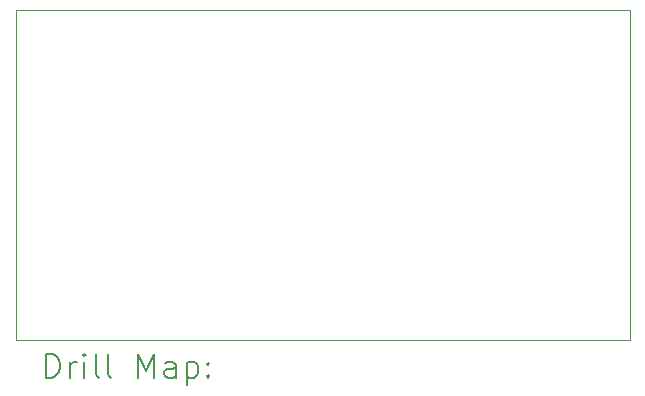
<source format=gbr>
%TF.GenerationSoftware,KiCad,Pcbnew,7.0.6*%
%TF.CreationDate,2023-09-06T23:30:36+02:00*%
%TF.ProjectId,atari_2600_av_mod,61746172-695f-4323-9630-305f61765f6d,1*%
%TF.SameCoordinates,Original*%
%TF.FileFunction,Drillmap*%
%TF.FilePolarity,Positive*%
%FSLAX45Y45*%
G04 Gerber Fmt 4.5, Leading zero omitted, Abs format (unit mm)*
G04 Created by KiCad (PCBNEW 7.0.6) date 2023-09-06 23:30:36*
%MOMM*%
%LPD*%
G01*
G04 APERTURE LIST*
%ADD10C,0.050000*%
%ADD11C,0.200000*%
G04 APERTURE END LIST*
D10*
X1394000Y-1394000D02*
X6594000Y-1394000D01*
X6594000Y-4194000D01*
X1394000Y-4194000D01*
X1394000Y-1394000D01*
D11*
X1652277Y-4507984D02*
X1652277Y-4307984D01*
X1652277Y-4307984D02*
X1699896Y-4307984D01*
X1699896Y-4307984D02*
X1728467Y-4317508D01*
X1728467Y-4317508D02*
X1747515Y-4336555D01*
X1747515Y-4336555D02*
X1757039Y-4355603D01*
X1757039Y-4355603D02*
X1766562Y-4393698D01*
X1766562Y-4393698D02*
X1766562Y-4422270D01*
X1766562Y-4422270D02*
X1757039Y-4460365D01*
X1757039Y-4460365D02*
X1747515Y-4479412D01*
X1747515Y-4479412D02*
X1728467Y-4498460D01*
X1728467Y-4498460D02*
X1699896Y-4507984D01*
X1699896Y-4507984D02*
X1652277Y-4507984D01*
X1852277Y-4507984D02*
X1852277Y-4374650D01*
X1852277Y-4412746D02*
X1861801Y-4393698D01*
X1861801Y-4393698D02*
X1871324Y-4384174D01*
X1871324Y-4384174D02*
X1890372Y-4374650D01*
X1890372Y-4374650D02*
X1909420Y-4374650D01*
X1976086Y-4507984D02*
X1976086Y-4374650D01*
X1976086Y-4307984D02*
X1966562Y-4317508D01*
X1966562Y-4317508D02*
X1976086Y-4327031D01*
X1976086Y-4327031D02*
X1985610Y-4317508D01*
X1985610Y-4317508D02*
X1976086Y-4307984D01*
X1976086Y-4307984D02*
X1976086Y-4327031D01*
X2099896Y-4507984D02*
X2080848Y-4498460D01*
X2080848Y-4498460D02*
X2071324Y-4479412D01*
X2071324Y-4479412D02*
X2071324Y-4307984D01*
X2204658Y-4507984D02*
X2185610Y-4498460D01*
X2185610Y-4498460D02*
X2176086Y-4479412D01*
X2176086Y-4479412D02*
X2176086Y-4307984D01*
X2433229Y-4507984D02*
X2433229Y-4307984D01*
X2433229Y-4307984D02*
X2499896Y-4450841D01*
X2499896Y-4450841D02*
X2566563Y-4307984D01*
X2566563Y-4307984D02*
X2566563Y-4507984D01*
X2747515Y-4507984D02*
X2747515Y-4403222D01*
X2747515Y-4403222D02*
X2737991Y-4384174D01*
X2737991Y-4384174D02*
X2718944Y-4374650D01*
X2718944Y-4374650D02*
X2680848Y-4374650D01*
X2680848Y-4374650D02*
X2661801Y-4384174D01*
X2747515Y-4498460D02*
X2728467Y-4507984D01*
X2728467Y-4507984D02*
X2680848Y-4507984D01*
X2680848Y-4507984D02*
X2661801Y-4498460D01*
X2661801Y-4498460D02*
X2652277Y-4479412D01*
X2652277Y-4479412D02*
X2652277Y-4460365D01*
X2652277Y-4460365D02*
X2661801Y-4441317D01*
X2661801Y-4441317D02*
X2680848Y-4431793D01*
X2680848Y-4431793D02*
X2728467Y-4431793D01*
X2728467Y-4431793D02*
X2747515Y-4422270D01*
X2842753Y-4374650D02*
X2842753Y-4574650D01*
X2842753Y-4384174D02*
X2861801Y-4374650D01*
X2861801Y-4374650D02*
X2899896Y-4374650D01*
X2899896Y-4374650D02*
X2918943Y-4384174D01*
X2918943Y-4384174D02*
X2928467Y-4393698D01*
X2928467Y-4393698D02*
X2937991Y-4412746D01*
X2937991Y-4412746D02*
X2937991Y-4469889D01*
X2937991Y-4469889D02*
X2928467Y-4488936D01*
X2928467Y-4488936D02*
X2918943Y-4498460D01*
X2918943Y-4498460D02*
X2899896Y-4507984D01*
X2899896Y-4507984D02*
X2861801Y-4507984D01*
X2861801Y-4507984D02*
X2842753Y-4498460D01*
X3023705Y-4488936D02*
X3033229Y-4498460D01*
X3033229Y-4498460D02*
X3023705Y-4507984D01*
X3023705Y-4507984D02*
X3014182Y-4498460D01*
X3014182Y-4498460D02*
X3023705Y-4488936D01*
X3023705Y-4488936D02*
X3023705Y-4507984D01*
X3023705Y-4384174D02*
X3033229Y-4393698D01*
X3033229Y-4393698D02*
X3023705Y-4403222D01*
X3023705Y-4403222D02*
X3014182Y-4393698D01*
X3014182Y-4393698D02*
X3023705Y-4384174D01*
X3023705Y-4384174D02*
X3023705Y-4403222D01*
M02*

</source>
